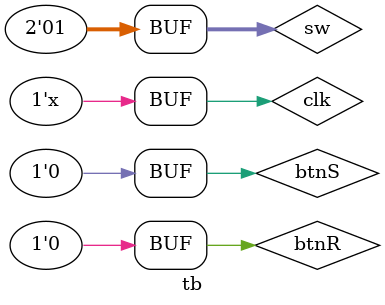
<source format=v>
`timescale 1ns / 1ps


module tb;

	// Inputs
	reg [1:0] sw;
	reg btnS;
	reg btnR;
	reg clk;

	// Outputs
	wire [7:0] seg;
	wire [3:0] an;

	// Instantiate the Unit Under Test (UUT)
	nexys3 uut (
		.seg(seg), 
		.an(an), 
		.sw(sw), 
		.btnS(btnS), 
		.btnR(btnR), 
		.clk(clk)
	);

	initial begin
		// Initialize Inputs
		sw = 0;
		btnS = 0;
		btnR = 1;
		clk = 0;
		#100 btnR = 0;
        
		// Tests
		
		//tskTestNoAdjustMode();
		//tskTestPause();
		//tskTestAdjustSecondsMode();
		tskTestAdjustMinutesMode();

	end
	
	always #1 clk = ~clk;
	
	task tskTestNoAdjustMode;
		begin
			sw[0] = 0;
		end
	endtask
	
	task tskTestPause;
		begin
			#1500000 btnS = 1;
			//#30000000 btnS = 0;
			//#15000000 btnS = 1;
		end
	endtask
	
	task tskTestAdjustSecondsMode;
		begin
			sw[0] = 1;
			sw[1] = 1;
		end
	endtask
	
	task tskTestAdjustMinutesMode;
		begin
			sw[0] = 1;
			sw[1] = 0;
		end
	endtask
      
endmodule


</source>
